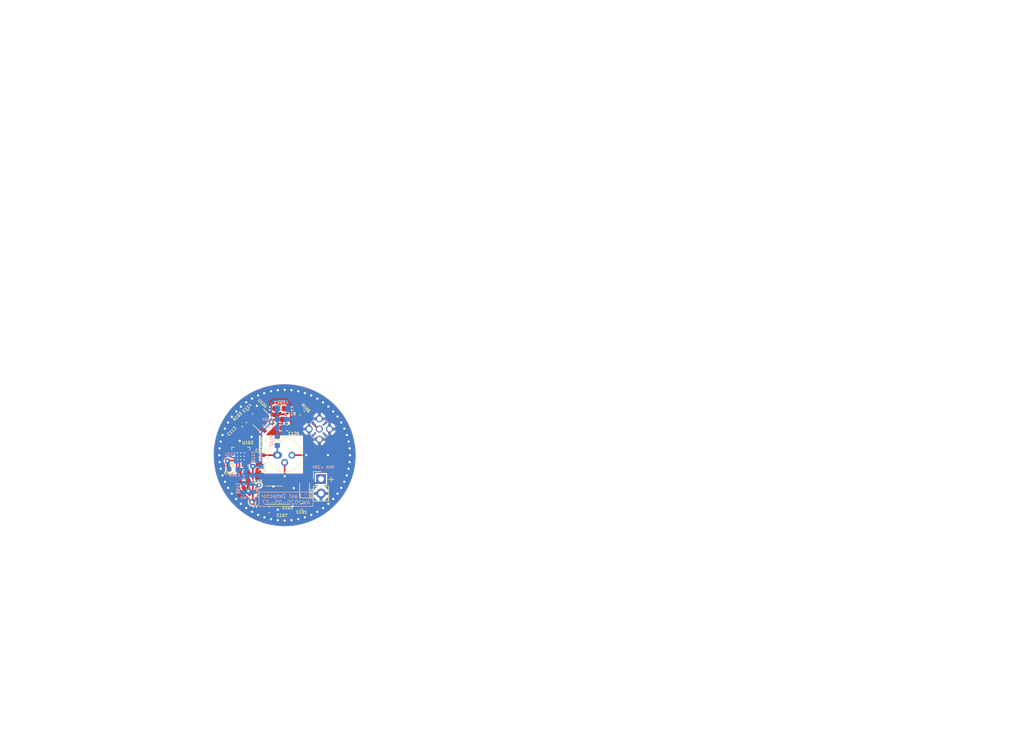
<source format=kicad_pcb>
(kicad_pcb (version 20221018) (generator pcbnew)
  (title_block (title "One Inch Photodetector - WSON8") (date "2020-02") (company "anders.e.e.wallin \"at\" gmail.com"))
  (layers (0 "F.Cu" signal) (31 "B.Cu" signal) (34 "B.Paste" user) (35 "F.Paste" user) (36 "B.SilkS" user "B.Silkscreen") (37 "F.SilkS" user "F.Silkscreen") (38 "B.Mask" user) (39 "F.Mask" user) (44 "Edge.Cuts" user))
  (net 0 "")
  (net 1 "GND")
  (net 2 "Net-(C101-Pad1)")
  (net 3 "Net-(U101-Pad4)")
  (net 4 "Net-(C112-Pad2)")
  (net 5 "Net-(J101-Pad1)")
  (net 6 "/+VIN")
  (net 7 "/SET+")
  (net 8 "Net-(C105-Pad1)")
  (net 9 "Net-(C106-Pad2)")
  (net 10 "/+V")
  (net 11 "Net-(U103-Pad16)")
  (net 12 "Net-(U103-Pad15)")
  (net 13 "Net-(U103-Pad13)")
  (net 14 "Net-(U103-Pad11)")
  (net 15 "Net-(U103-Pad9)")
  (net 16 "Net-(U103-Pad8)")
  (net 17 "Net-(U103-Pad7)")
  (net 18 "Net-(U103-Pad6)")
  (net 19 "Net-(U103-Pad5)")
  (net 20 "Net-(C112-Pad1)")
  (net 21 "Net-(C113-Pad2)")
  (net 22 "Net-(C113-Pad1)")
  (net 23 "Net-(C114-Pad1)")
  (net 24 "Net-(C117-Pad2)")
  (net 25 "Net-(C117-Pad1)")
  (net 26 "Net-(C102-Pad1)")
  (footprint "Package_SO:MSOP-10-1EP_3x3mm_P0.5mm_EP1.68x1.88mm" (layer "F.Cu") (at 148.08 107.03 180)
    (fp_text reference "U101" (at -2.42 -2.22 180) (layer "F.SilkS") (effects (font (size 0.5 0.5) (thickness 0.1))))
    (fp_text value "LT3042xMSE")
    (fp_line (start 0 -1.61) (end -2.875 -1.61) (stroke (width 0.12)) (layer "F.SilkS"))
    (fp_line (start 0 -1.61) (end 1.5 -1.61) (stroke (width 0.12)) (layer "F.SilkS"))
    (fp_line (start 0 1.61) (end -1.5 1.61) (stroke (width 0.12)) (layer "F.SilkS"))
    (fp_line (start 0 1.61) (end 1.5 1.61) (stroke (width 0.12)) (layer "F.SilkS"))
    (pad "1" smd roundrect (at -2.15 -1 180) (size 1.45 0.3) (layers "F.Cu" "F.Paste" "F.Mask") (net 2 "Net-(C101-Pad1)"))
    (pad "2" smd roundrect (at -2.15 -0.5 180) (size 1.45 0.3) (layers "F.Cu" "F.Paste" "F.Mask") (net 2 "Net-(C101-Pad1)"))
    (pad "3" smd roundrect (at -2.15 0 180) (size 1.45 0.3) (layers "F.Cu" "F.Paste" "F.Mask") (net 2 "Net-(C101-Pad1)"))
    (pad "4" smd roundrect (at -2.15 0.5 180) (size 1.45 0.3) (layers "F.Cu" "F.Paste" "F.Mask") (net 3 "Net-(U101-Pad4)"))
    (pad "5" smd roundrect (at -2.15 1 180) (size 1.45 0.3) (layers "F.Cu" "F.Paste" "F.Mask") (net 1 "GND"))
    (pad "6" smd roundrect (at 2.15 1 180) (size 1.45 0.3) (layers "F.Cu" "F.Paste" "F.Mask") (net 2 "Net-(C101-Pad1)"))
    (pad "7" smd roundrect (at 2.15 0.5 180) (size 1.45 0.3) (layers "F.Cu" "F.Paste" "F.Mask") (net 7 "/SET+"))
    (pad "8" smd roundrect (at 2.15 0 180) (size 1.45 0.3) (layers "F.Cu" "F.Paste" "F.Mask") (net 1 "GND"))
    (pad "9" smd roundrect (at 2.15 -0.5 180) (size 1.45 0.3) (layers "F.Cu" "F.Paste" "F.Mask") (net 10 "/+V"))
    (pad "10" smd roundrect (at 2.15 -1 180) (size 1.45 0.3) (layers "F.Cu" "F.Paste" "F.Mask") (net 10 "/+V"))
    (pad "11" smd roundrect (at 0 0 180) (size 1.68 1.88) (layers "F.Cu" "F.Mask") (roundrect_rratio 0.14881) (net 1 "GND"))
  )
  (footprint "Capacitor_SMD:C_0603_1608Metric" (layer "F.Cu") (at 153 109 180)
    (fp_text reference "C101" (at 0 -1) (layer "F.SilkS") (effects (font (size 0.5 0.5) (thickness 0.1))))
    (fp_text value "4u7")
    (fp_line (start -0.162779 -0.51) (end 0.162779 -0.51) (stroke (width 0.12)) (layer "F.SilkS"))
    (fp_line (start -0.162779 0.51) (end 0.162779 0.51) (stroke (width 0.12)) (layer "F.SilkS"))
    (pad "1" smd roundrect (at -0.7875 0 180) (size 0.875 0.95) (layers "F.Cu" "F.Paste" "F.Mask") (net 2 "Net-(C101-Pad1)"))
    (pad "2" smd roundrect (at 0.7875 0 180) (size 0.875 0.95) (layers "F.Cu" "F.Paste" "F.Mask") (net 1 "GND"))
  )
  (footprint "Capacitor_SMD:C_0402_1005Metric" (layer "F.Cu") (at 145 97.8 90)
    (fp_text reference "C105" (at 0 0.8 90) (layer "F.SilkS") (effects (font (size 0.5 0.5) (thickness 0.1))))
    (fp_text value "22n")
    (pad "1" smd roundrect (at -0.485 0 90) (size 0.59 0.64) (layers "F.Cu" "F.Paste" "F.Mask") (net 8 "Net-(C105-Pad1)"))
    (pad "2" smd roundrect (at 0.485 0 90) (size 0.59 0.64) (layers "F.Cu" "F.Paste" "F.Mask") (net 1 "GND"))
  )
  (footprint "Capacitor_SMD:C_0603_1608Metric" (layer "F.Cu") (at 145.4 102.3 90)
    (fp_text reference "C106" (at 0.1 1.1 90) (layer "F.SilkS") (effects (font (size 0.5 0.5) (thickness 0.1))))
    (fp_text value "10u")
    (fp_line (start -0.162779 -0.51) (end 0.162779 -0.51) (stroke (width 0.12)) (layer "F.SilkS"))
    (fp_line (start -0.162779 0.51) (end 0.162779 0.51) (stroke (width 0.12)) (layer "F.SilkS"))
    (pad "1" smd roundrect (at -0.7875 0 90) (size 0.875 0.95) (layers "F.Cu" "F.Paste" "F.Mask") (net 1 "GND"))
    (pad "2" smd roundrect (at 0.7875 0 90) (size 0.875 0.95) (layers "F.Cu" "F.Paste" "F.Mask") (net 9 "Net-(C106-Pad2)"))
  )
  (footprint "Capacitor_SMD:C_0603_1608Metric" (layer "F.Cu") (at 147.3 109.6)
    (fp_text reference "C107" (at 2.25 1) (layer "F.SilkS") (effects (font (size 0.5 0.5) (thickness 0.1))))
    (fp_text value "4u7")
    (fp_line (start -0.162779 -0.51) (end 0.162779 -0.51) (stroke (width 0.12)) (layer "F.SilkS"))
    (fp_line (start -0.162779 0.51) (end 0.162779 0.51) (stroke (width 0.12)) (layer "F.SilkS"))
    (pad "1" smd roundrect (at -0.7875 0) (size 0.875 0.95) (layers "F.Cu" "F.Paste" "F.Mask") (net 10 "/+V"))
    (pad "2" smd roundrect (at 0.7875 0) (size 0.875 0.95) (layers "F.Cu" "F.Paste" "F.Mask") (net 1 "GND"))
  )
  (footprint "Capacitor_SMD:C_0603_1608Metric" (layer "F.Cu") (at 142.8 103.1 180)
    (fp_text reference "C108" (at 2.5 0) (layer "F.SilkS") (effects (font (size 0.5 0.5) (thickness 0.1))))
    (fp_text value "100n")
    (fp_line (start -0.162779 -0.51) (end 0.162779 -0.51) (stroke (width 0.12)) (layer "F.SilkS"))
    (fp_line (start -0.162779 0.51) (end 0.162779 0.51) (stroke (width 0.12)) (layer "F.SilkS"))
    (pad "1" smd roundrect (at -0.7875 0 180) (size 0.875 0.95) (layers "F.Cu" "F.Paste" "F.Mask") (net 1 "GND"))
    (pad "2" smd roundrect (at 0.7875 0 180) (size 0.875 0.95) (layers "F.Cu" "F.Paste" "F.Mask") (net 10 "/+V"))
  )
  (footprint "Capacitor_SMD:C_0603_1608Metric" (layer "F.Cu") (at 142.8 104.6 180)
    (fp_text reference "C110" (at -2.3 0) (layer "F.SilkS") (effects (font (size 0.5 0.5) (thickness 0.1))))
    (fp_text value "4u7")
    (fp_line (start -0.162779 -0.51) (end 0.162779 -0.51) (stroke (width 0.12)) (layer "F.SilkS"))
    (fp_line (start -0.162779 0.51) (end 0.162779 0.51) (stroke (width 0.12)) (layer "F.SilkS"))
    (pad "1" smd roundrect (at -0.7875 0 180) (size 0.875 0.95) (layers "F.Cu" "F.Paste" "F.Mask") (net 1 "GND"))
    (pad "2" smd roundrect (at 0.7875 0 180) (size 0.875 0.95) (layers "F.Cu" "F.Paste" "F.Mask") (net 10 "/+V"))
  )
  (footprint "Diode_SMD:D_SOD-323F" (layer "F.Cu") (at 153.5 106 90)
    (fp_text reference "D101" (at -0.75 1.25 270) (layer "F.SilkS") (effects (font (size 0.5 0.5) (thickness 0.1))))
    (fp_text value "D")
    (fp_line (start -1.5 -0.85) (end -1.5 0.85) (stroke (width 0.12)) (layer "F.SilkS"))
    (fp_line (start -1.5 -0.85) (end 1.05 -0.85) (stroke (width 0.12)) (layer "F.SilkS"))
    (fp_line (start -1.5 0.85) (end 1.05 0.85) (stroke (width 0.12)) (layer "F.SilkS"))
    (pad "1" smd rect (at -1.1 0 90) (size 0.5 0.5) (layers "F.Cu" "F.Paste" "F.Mask") (net 2 "Net-(C101-Pad1)"))
    (pad "2" smd rect (at 1.1 0 90) (size 0.5 0.5) (layers "F.Cu" "F.Paste" "F.Mask") (net 6 "/+VIN"))
  )
  (footprint "Resistor_SMD:R_0603_1608Metric" (layer "F.Cu") (at 153.1 92.6 135)
    (fp_text reference "R106" (at 0.192333 1.073388 135) (layer "F.SilkS") (effects (font (size 0.5 0.5) (thickness 0.1))))
    (fp_text value "49R9")
    (fp_line (start -0.162779 -0.51) (end 0.162779 -0.51) (stroke (width 0.12)) (layer "F.SilkS"))
    (fp_line (start -0.162779 0.51) (end 0.162779 0.51) (stroke (width 0.12)) (layer "F.SilkS"))
    (pad "1" smd roundrect (at -0.7875 0 135) (size 0.875 0.95) (layers "F.Cu" "F.Paste" "F.Mask") (net 5 "Net-(J101-Pad1)"))
    (pad "2" smd roundrect (at 0.7875 0 135) (size 0.875 0.95) (layers "F.Cu" "F.Paste" "F.Mask") (net 25 "Net-(C117-Pad1)"))
  )
  (footprint "Capacitor_SMD:C_0603_1608Metric" (layer "F.Cu") (at 150.4 93.7 180)
    (fp_text reference "C118" (at -0.6 1) (layer "F.SilkS") (effects (font (size 0.5 0.5) (thickness 0.1))))
    (fp_text value "4u7")
    (fp_line (start -0.162779 -0.51) (end 0.162779 -0.51) (stroke (width 0.12)) (layer "F.SilkS"))
    (fp_line (start -0.162779 0.51) (end 0.162779 0.51) (stroke (width 0.12)) (layer "F.SilkS"))
    (pad "1" smd roundrect (at -0.7875 0 180) (size 0.875 0.95) (layers "F.Cu" "F.Paste" "F.Mask") (net 1 "GND"))
    (pad "2" smd roundrect (at 0.7875 0 180) (size 0.875 0.95) (layers "F.Cu" "F.Paste" "F.Mask") (net 10 "/+V"))
  )
  (footprint "Capacitor_SMD:C_0603_1608Metric" (layer "F.Cu") (at 150.4 95.2 180)
    (fp_text reference "C120" (at -1.2 -1) (layer "F.SilkS") (effects (font (size 0.5 0.5) (thickness 0.1))))
    (fp_text value "100n")
    (fp_line (start -0.162779 -0.51) (end 0.162779 -0.51) (stroke (width 0.12)) (layer "F.SilkS"))
    (fp_line (start -0.162779 0.51) (end 0.162779 0.51) (stroke (width 0.12)) (layer "F.SilkS"))
    (pad "1" smd roundrect (at -0.7875 0 180) (size 0.875 0.95) (layers "F.Cu" "F.Paste" "F.Mask") (net 1 "GND"))
    (pad "2" smd roundrect (at 0.7875 0 180) (size 0.875 0.95) (layers "F.Cu" "F.Paste" "F.Mask") (net 10 "/+V"))
  )
  (footprint "Package_TO_SOT_THT:TO-18-3" (layer "F.Cu") (at 148.73 100)
    (fp_text reference "D102" hide)
    (fp_text value "S5973")
    (fp_line (start -2.214448 -2.494499) (end -1.302281 -1.582331) (stroke (width 0.12)) (layer "F.SilkS"))
    (fp_line (start -1.224499 -3.484448) (end -2.214448 -2.494499) (stroke (width 0.12)) (layer "F.SilkS"))
    (fp_line (start -0.312331 -2.572281) (end -1.224499 -3.484448) (stroke (width 0.12)) (layer "F.SilkS"))
    (fp_arc (start -0.312331 -2.572281) (mid 3.405374 2.135551) (end -1.30215 -1.582544) (stroke (width 0.12)) (layer "F.SilkS"))
    (pad "1" thru_hole oval (at 0 0) (size 1.6 1.2) (drill 0.7) (layers "*.Cu" "*.Mask") (net 4 "Net-(C112-Pad2)"))
    (pad "2" thru_hole oval (at 1.27 1.27) (size 1.2 1.2) (drill 0.7) (layers "*.Cu" "*.Mask") (net 1 "GND"))
    (pad "3" thru_hole oval (at 2.54 0) (size 1.2 1.2) (drill 0.7) (layers "*.Cu" "*.Mask") (net 1 "GND"))
  )
  (footprint "awallinKiCadFootprints:QFN-16-1EP_3x3mm_P0.5mm_EP1.75x1.75mm_ThermalVias9" (layer "F.Cu") (at 142.3 100.2 180)
    (fp_text reference "U103" (at -1.2 2.403 180) (layer "F.SilkS") (effects (font (size 0.5 0.5) (thickness 0.1))))
    (fp_text value "HMC799LP3E")
    (fp_line (start -1.61 1.61) (end -1.61 1.135) (stroke (width 0.12)) (layer "F.SilkS"))
    (fp_line (start -1.135 -1.61) (end -1.61 -1.61) (stroke (width 0.12)) (layer "F.SilkS"))
    (fp_line (start -1.135 1.61) (end -1.61 1.61) (stroke (width 0.12)) (layer "F.SilkS"))
    (fp_line (start 1.135 -1.61) (end 1.61 -1.61) (stroke (width 0.12)) (layer "F.SilkS"))
    (fp_line (start 1.135 1.61) (end 1.61 1.61) (stroke (width 0.12)) (layer "F.SilkS"))
    (fp_line (start 1.61 -1.61) (end 1.61 -1.135) (stroke (width 0.12)) (layer "F.SilkS"))
    (fp_line (start 1.61 1.61) (end 1.61 1.135) (stroke (width 0.12)) (layer "F.SilkS"))
    (pad "1" smd roundrect (at -1.4625 -0.75 180) (size 0.775 0.25) (layers "F.Cu" "F.Paste" "F.Mask") (net 10 "/+V"))
    (pad "2" smd roundrect (at -1.4625 -0.25 180) (size 0.775 0.25) (layers "F.Cu" "F.Paste" "F.Mask") (net 9 "Net-(C106-Pad2)"))
    (pad "3" smd roundrect (at -1.4625 0.25 180) (size 0.775 0.25) (layers "F.Cu" "F.Paste" "F.Mask") (net 20 "Net-(C112-Pad1)"))
    (pad "4" smd roundrect (at -1.4625 0.75 180) (size 0.775 0.25) (layers "F.Cu" "F.Paste" "F.Mask") (net 8 "Net-(C105-Pad1)"))
    (pad "5" smd roundrect (at -0.75 1.4625 180) (size 0.25 0.775) (layers "F.Cu" "F.Paste" "F.Mask") (net 19 "Net-(U103-Pad5)"))
    (pad "6" smd roundrect (at -0.25 1.4625 180) (size 0.25 0.775) (layers "F.Cu" "F.Paste" "F.Mask") (net 18 "Net-(U103-Pad6)"))
    (pad "7" smd roundrect (at 0.25 1.4625 180) (size 0.25 0.775) (layers "F.Cu" "F.Paste" "F.Mask") (net 17 "Net-(U103-Pad7)"))
    (pad "8" smd roundrect (at 0.75 1.4625 180) (size 0.25 0.775) (layers "F.Cu" "F.Paste" "F.Mask") (net 16 "Net-(U103-Pad8)"))
    (pad "9" smd roundrect (at 1.4625 0.75 180) (size 0.775 0.25) (layers "F.Cu" "F.Paste" "F.Mask") (net 15 "Net-(U103-Pad9)"))
    (pad "10" smd roundrect (at 1.4625 0.25 180) (size 0.775 0.25) (layers "F.Cu" "F.Paste" "F.Mask") (net 21 "Net-(C113-Pad2)"))
    (pad "11" smd roundrect (at 1.4625 -0.25 180) (size 0.775 0.25) (layers "F.Cu" "F.Paste" "F.Mask") (net 14 "Net-(U103-Pad11)"))
    (pad "12" smd roundrect (at 1.4625 -0.75 180) (size 0.775 0.25) (layers "F.Cu" "F.Paste" "F.Mask") (net 10 "/+V"))
    (pad "13" smd roundrect (at 0.75 -1.4625 180) (size 0.25 0.775) (layers "F.Cu" "F.Paste" "F.Mask") (net 13 "Net-(U103-Pad13)"))
    (pad "14" smd roundrect (at 0.25 -1.4625 180) (size 0.25 0.775) (layers "F.Cu" "F.Paste" "F.Mask") (net 10 "/+V"))
    (pad "15" smd roundrect (at -0.25 -1.4625 180) (size 0.25 0.775) (layers "F.Cu" "F.Paste" "F.Mask") (net 12 "Net-(U103-Pad15)"))
    (pad "16" smd roundrect (at -0.75 -1.4625 180) (size 0.25 0.775) (layers "F.Cu" "F.Paste" "F.Mask") (net 11 "Net-(U103-Pad16)"))
    (pad "17" thru_hole circle (at -0.6 -0.6 180) (size 0.5 0.5) (drill 0.2) (layers "*.Cu") (net 1 "GND"))
    (pad "17" thru_hole circle (at -0.6 0 180) (size 0.5 0.5) (drill 0.2) (layers "*.Cu") (net 1 "GND"))
    (pad "17" thru_hole circle (at -0.6 0.6 180) (size 0.5 0.5) (drill 0.2) (layers "*.Cu") (net 1 "GND"))
    (pad "17" thru_hole circle (at 0 -0.6 180) (size 0.5 0.5) (drill 0.2) (layers "*.Cu") (net 1 "GND"))
    (pad "17" thru_hole circle (at 0 0 180) (size 0.5 0.5) (drill 0.2) (layers "*.Cu") (net 1 "GND"))
    (pad "17" smd rect (at 0 0 180) (size 1.75 1.75) (layers "F.Cu" "F.Mask") (net 1 "GND"))
    (pad "17" smd rect (at 0 0 180) (size 1.75 1.75) (layers "B.Cu") (net 1 "GND"))
    (pad "17" thru_hole circle (at 0 0.6 180) (size 0.5 0.5) (drill 0.2) (layers "*.Cu") (net 1 "GND"))
    (pad "17" thru_hole circle (at 0.6 -0.6 180) (size 0.5 0.5) (drill 0.2) (layers "*.Cu") (net 1 "GND"))
    (pad "17" thru_hole circle (at 0.6 0 180) (size 0.5 0.5) (drill 0.2) (layers "*.Cu") (net 1 "GND"))
    (pad "17" thru_hole circle (at 0.6 0.6 180) (size 0.5 0.5) (drill 0.2) (layers "*.Cu") (net 1 "GND"))
  )
  (footprint "Package_TO_SOT_SMD:SOT-23-5" (layer "F.Cu") (at 146.2 94.1 -45)
    (fp_text reference "U104" (at -2.333452 -2.192031 135) (layer "F.SilkS") (effects (font (size 0.5 0.5) (thickness 0.1))))
    (fp_text value "BUF602xDBV")
    (fp_line (start -0.9 1.61) (end 0.9 1.61) (stroke (width 0.12)) (layer "F.SilkS"))
    (fp_line (start 0.9 -1.61) (end -1.55 -1.61) (stroke (width 0.12)) (layer "F.SilkS"))
    (pad "1" smd rect (at -1.1 -0.95 315) (size 1.06 0.65) (layers "F.Cu" "F.Paste" "F.Mask") (net 24 "Net-(C117-Pad2)"))
    (pad "2" smd rect (at -1.1 0 315) (size 1.06 0.65) (layers "F.Cu" "F.Paste" "F.Mask") (net 1 "GND"))
    (pad "3" smd rect (at -1.1 0.95 315) (size 1.06 0.65) (layers "F.Cu" "F.Paste" "F.Mask") (net 23 "Net-(C114-Pad1)"))
    (pad "4" smd rect (at 1.1 0.95 315) (size 1.06 0.65) (layers "F.Cu" "F.Paste" "F.Mask") (net 22 "Net-(C113-Pad1)"))
    (pad "5" smd rect (at 1.1 -0.95 315) (size 1.06 0.65) (layers "F.Cu" "F.Paste" "F.Mask") (net 10 "/+V"))
  )
  (footprint "Capacitor_SMD:C_0402_1005Metric" (layer "F.Cu") (at 141.3 96.4 -135)
    (fp_text reference "C113" (at 0 0.848528 45) (layer "F.SilkS") (effects (font (size 0.5 0.5) (thickness 0.1))))
    (fp_text value "22n")
    (pad "1" smd roundrect (at -0.485 0 225) (size 0.59 0.64) (layers "F.Cu" "F.Paste" "F.Mask") (net 22 "Net-(C113-Pad1)"))
    (pad "2" smd roundrect (at 0.485 0 225) (size 0.59 0.64) (layers "F.Cu" "F.Paste" "F.Mask") (net 21 "Net-(C113-Pad2)"))
  )
  (footprint "Capacitor_SMD:C_0603_1608Metric" (layer "F.Cu") (at 144 92.4 45)
    (fp_text reference "C114" (at 0.070711 -0.919239 45) (layer "F.SilkS") (effects (font (size 0.5 0.5) (thickness 0.1))))
    (fp_text value "100n")
    (fp_line (start -0.162779 -0.51) (end 0.162779 -0.51) (stroke (width 0.12)) (layer "F.SilkS"))
    (fp_line (start -0.162779 0.51) (end 0.162779 0.51) (stroke (width 0.12)) (layer "F.SilkS"))
    (pad "1" smd roundrect (at -0.7875 0 45) (size 0.875 0.95) (layers "F.Cu" "F.Paste" "F.Mask") (net 23 "Net-(C114-Pad1)"))
    (pad "2" smd roundrect (at 0.7875 0 45) (size 0.875 0.95) (layers "F.Cu" "F.Paste" "F.Mask") (net 1 "GND"))
  )
  (footprint "Capacitor_SMD:C_0603_1608Metric" (layer "F.Cu") (at 149.1 91.8 180)
    (fp_text reference "C117" (at 0 1) (layer "F.SilkS") (effects (font (size 0.5 0.5) (thickness 0.1))))
    (fp_text value "100n")
    (fp_line (start -0.162779 -0.51) (end 0.162779 -0.51) (stroke (width 0.12)) (layer "F.SilkS"))
    (fp_line (start -0.162779 0.51) (end 0.162779 0.51) (stroke (width 0.12)) (layer "F.SilkS"))
    (pad "1" smd roundrect (at -0.7875 0 180) (size 0.875 0.95) (layers "F.Cu" "F.Paste" "F.Mask") (net 25 "Net-(C117-Pad1)"))
    (pad "2" smd roundrect (at 0.7875 0 180) (size 0.875 0.95) (layers "F.Cu" "F.Paste" "F.Mask") (net 24 "Net-(C117-Pad2)"))
  )
  (footprint "Connector_PinHeader_2.54mm:PinHeader_1x02_P2.54mm_Vertical" (layer "F.Cu") (at 156.4 104.2)
    (fp_text reference "J102" hide)
    (fp_text value "Conn_01x02")
    (fp_line (start -1.33 -1.33) (end 0 -1.33) (stroke (width 0.12)) (layer "F.SilkS"))
    (fp_line (start -1.33 0) (end -1.33 -1.33) (stroke (width 0.12)) (layer "F.SilkS"))
    (fp_line (start -1.33 1.27) (end -1.33 3.87) (stroke (width 0.12)) (layer "F.SilkS"))
    (fp_line (start -1.33 1.27) (end 1.33 1.27) (stroke (width 0.12)) (layer "F.SilkS"))
    (fp_line (start -1.33 3.87) (end 1.33 3.87) (stroke (width 0.12)) (layer "F.SilkS"))
    (fp_line (start 1.33 1.27) (end 1.33 3.87) (stroke (width 0.12)) (layer "F.SilkS"))
    (pad "1" thru_hole rect (at 0 0) (size 1.7 1.7) (drill 1) (layers "*.Cu" "*.Mask") (net 6 "/+VIN"))
    (pad "2" thru_hole oval (at 0 2.54) (size 1.7 1.7) (drill 1) (layers "*.Cu" "*.Mask") (net 1 "GND"))
  )
  (footprint "Resistor_SMD:R_0603_1608Metric" (layer "F.Cu") (at 142.9 94.6 135)
    (fp_text reference "R103" (at 1.838478 0.141421 225) (layer "F.SilkS") (effects (font (size 0.5 0.5) (thickness 0.1))))
    (fp_text value "2k")
    (fp_line (start -0.162779 -0.51) (end 0.162779 -0.51) (stroke (width 0.12)) (layer "F.SilkS"))
    (fp_line (start -0.162779 0.51) (end 0.162779 0.51) (stroke (width 0.12)) (layer "F.SilkS"))
    (pad "1" smd roundrect (at -0.7875 0 135) (size 0.875 0.95) (layers "F.Cu" "F.Paste" "F.Mask") (net 22 "Net-(C113-Pad1)"))
    (pad "2" smd roundrect (at 0.7875 0 135) (size 0.875 0.95) (layers "F.Cu" "F.Paste" "F.Mask") (net 23 "Net-(C114-Pad1)"))
  )
  (footprint "Capacitor_SMD:C_0402_1005Metric" (layer "F.Cu") (at 145.8 100)
    (fp_text reference "C112" (at 0 -0.8) (layer "F.SilkS") (effects (font (size 0.5 0.5) (thickness 0.1))))
    (fp_text value "22n")
    (pad "1" smd roundrect (at -0.485 0) (size 0.59 0.64) (layers "F.Cu" "F.Paste" "F.Mask") (net 20 "Net-(C112-Pad1)"))
    (pad "2" smd roundrect (at 0.485 0) (size 0.59 0.64) (layers "F.Cu" "F.Paste" "F.Mask") (net 4 "Net-(C112-Pad2)"))
  )
  (footprint "Capacitor_SMD:C_0603_1608Metric" (layer "B.Cu") (at 149.5 95.2)
    (fp_text reference "C102" (at -2.5 -0.25) (layer "B.SilkS") (effects (font (size 0.5 0.5) (thickness 0.1)) (justify mirror)))
    (fp_text value "4u7")
    (fp_line (start -0.162779 -0.51) (end 0.162779 -0.51) (stroke (width 0.12)) (layer "B.SilkS"))
    (fp_line (start -0.162779 0.51) (end 0.162779 0.51) (stroke (width 0.12)) (layer "B.SilkS"))
    (pad "1" smd roundrect (at -0.7875 0) (size 0.875 0.95) (layers "B.Cu" "B.Paste" "B.Mask") (net 26 "Net-(C102-Pad1)"))
    (pad "2" smd roundrect (at 0.7875 0) (size 0.875 0.95) (layers "B.Cu" "B.Paste" "B.Mask") (net 1 "GND"))
  )
  (footprint "Capacitor_SMD:C_0603_1608Metric" (layer "B.Cu") (at 142.75 105.75 -90)
    (fp_text reference "C103" (at 0.05 0.95 270) (layer "B.SilkS") (effects (font (size 0.5 0.5) (thickness 0.1)) (justify mirror)))
    (fp_text value "4u7")
    (fp_line (start -0.162779 -0.51) (end 0.162779 -0.51) (stroke (width 0.12)) (layer "B.SilkS"))
    (fp_line (start -0.162779 0.51) (end 0.162779 0.51) (stroke (width 0.12)) (layer "B.SilkS"))
    (pad "1" smd roundrect (at -0.7875 0 270) (size 0.875 0.95) (layers "B.Cu" "B.Paste" "B.Mask") (net 7 "/SET+"))
    (pad "2" smd roundrect (at 0.7875 0 270) (size 0.875 0.95) (layers "B.Cu" "B.Paste" "B.Mask") (net 1 "GND"))
  )
  (footprint "Capacitor_SMD:C_0603_1608Metric" (layer "B.Cu") (at 149.5 93.7)
    (fp_text reference "C104" (at -2.5 0) (layer "B.SilkS") (effects (font (size 0.5 0.5) (thickness 0.1)) (justify mirror)))
    (fp_text value "10n")
    (fp_line (start -0.162779 -0.51) (end 0.162779 -0.51) (stroke (width 0.12)) (layer "B.SilkS"))
    (fp_line (start -0.162779 0.51) (end 0.162779 0.51) (stroke (width 0.12)) (layer "B.SilkS"))
    (pad "1" smd roundrect (at -0.7875 0) (size 0.875 0.95) (layers "B.Cu" "B.Paste" "B.Mask") (net 26 "Net-(C102-Pad1)"))
    (pad "2" smd roundrect (at 0.7875 0) (size 0.875 0.95) (layers "B.Cu" "B.Paste" "B.Mask") (net 1 "GND"))
  )
  (footprint "Connector_Coaxial:MMCX_Molex_73415-1471_Vertical" (layer "B.Cu") (at 156.1 95.4 45)
    (fp_text reference "J101" hide)
    (fp_text value "Conn_Coaxial")
    (fp_line (start -1.87 -0.62) (end -1.87 0.62) (stroke (width 0.12)) (layer "B.SilkS"))
    (fp_line (start 0.62 -1.87) (end -0.62 -1.87) (stroke (width 0.12)) (layer "B.SilkS"))
    (fp_line (start 0.62 1.87) (end -0.62 1.87) (stroke (width 0.12)) (layer "B.SilkS"))
    (fp_line (start 1.87 -0.62) (end 1.87 0.62) (stroke (width 0.12)) (layer "B.SilkS"))
    (pad "1" thru_hole circle (at 0 0 45) (size 1.24 1.24) (drill 0.84) (layers "*.Cu" "*.Mask") (net 5 "Net-(J101-Pad1)"))
    (pad "2" thru_hole circle (at -1.27 -1.27 45) (size 1.24 1.24) (drill 0.84) (layers "*.Cu" "*.Mask") (net 1 "GND"))
    (pad "2" thru_hole circle (at -1.27 1.27 45) (size 1.24 1.24) (drill 0.84) (layers "*.Cu" "*.Mask") (net 1 "GND") (thermal_bridge_width 0.5))
    (pad "2" thru_hole circle (at 1.27 -1.27 45) (size 1.24 1.24) (drill 0.84) (layers "*.Cu" "*.Mask") (net 1 "GND"))
    (pad "2" thru_hole circle (at 1.27 1.27 45) (size 1.24 1.24) (drill 0.84) (layers "*.Cu" "*.Mask") (net 1 "GND"))
  )
  (footprint "Resistor_SMD:R_0603_1608Metric" (layer "B.Cu") (at 144.25 105.75 -90)
    (fp_text reference "R101" (at 0.85 -0.95 270) (layer "B.SilkS") (effects (font (size 0.5 0.5) (thickness 0.1)) (justify mirror)))
    (fp_text value "51k")
    (fp_line (start -0.162779 -0.51) (end 0.162779 -0.51) (stroke (width 0.12)) (layer "B.SilkS"))
    (fp_line (start -0.162779 0.51) (end 0.162779 0.51) (stroke (width 0.12)) (layer "B.SilkS"))
    (pad "1" smd roundrect (at -0.7875 0 270) (size 0.875 0.95) (layers "B.Cu" "B.Paste" "B.Mask") (net 7 "/SET+"))
    (pad "2" smd roundrect (at 0.7875 0 270) (size 0.875 0.95) (layers "B.Cu" "B.Paste" "B.Mask") (net 1 "GND"))
  )
  (footprint "Resistor_SMD:R_0603_1608Metric" (layer "B.Cu") (at 148.7 97.5 -90)
    (fp_text reference "R102" (at 0 1 90) (layer "B.SilkS") (effects (font (size 0.5 0.5) (thickness 0.1)) (justify mirror)))
    (fp_text value "10k")
    (fp_line (start -0.162779 -0.51) (end 0.162779 -0.51) (stroke (width 0.12)) (layer "B.SilkS"))
    (fp_line (start -0.162779 0.51) (end 0.162779 0.51) (stroke (width 0.12)) (layer "B.SilkS"))
    (pad "1" smd roundrect (at -0.7875 0 270) (size 0.875 0.95) (layers "B.Cu" "B.Paste" "B.Mask") (net 26 "Net-(C102-Pad1)"))
    (pad "2" smd roundrect (at 0.7875 0 270) (size 0.875 0.95) (layers "B.Cu" "B.Paste" "B.Mask") (net 4 "Net-(C112-Pad2)"))
  )
  (footprint "TestPoint:TestPoint_THTPad_D1.0mm_Drill0.5mm" (layer "B.Cu") (at 144.25 108.25)
    (fp_text reference "TP102" hide)
    (fp_text value "TestPoint")
    (fp_circle (center 0 0) (end 0 -0.7) (stroke (width 0.12)) (fill none) (layer "B.SilkS"))
    (pad "1" thru_hole circle (at 0 0) (size 1 1) (drill 0.5) (layers "*.Cu" "*.Mask") (net 10 "/+V"))
  )
  (footprint "Capacitor_SMD:C_0603_1608Metric" (layer "B.Cu") (at 141 102.5 180)
    (fp_text reference "C109" (at -0.2 -1) (layer "B.SilkS") (effects (font (size 0.5 0.5) (thickness 0.1)) (justify mirror)))
    (fp_text value "4u7")
    (fp_line (start -0.162779 -0.51) (end 0.162779 -0.51) (stroke (width 0.12)) (layer "B.SilkS"))
    (fp_line (start -0.162779 0.51) (end 0.162779 0.51) (stroke (width 0.12)) (layer "B.SilkS"))
    (pad "1" smd roundrect (at -0.7875 0 180) (size 0.875 0.95) (layers "B.Cu" "B.Paste" "B.Mask") (net 1 "GND"))
    (pad "2" smd roundrect (at 0.7875 0 180) (size 0.875 0.95) (layers "B.Cu" "B.Paste" "B.Mask") (net 10 "/+V"))
  )
  (footprint "Capacitor_SMD:C_0603_1608Metric" (layer "B.Cu") (at 140.7 101 180)
    (fp_text reference "C111" (at 0.3 1.2) (layer "B.SilkS") (effects (font (size 0.5 0.5) (thickness 0.1)) (justify mirror)))
    (fp_text value "100n")
    (fp_line (start -0.162779 -0.51) (end 0.162779 -0.51) (stroke (width 0.12)) (layer "B.SilkS"))
    (fp_line (start -0.162779 0.51) (end 0.162779 0.51) (stroke (width 0.12)) (layer "B.SilkS"))
    (pad "1" smd roundrect (at -0.7875 0 180) (size 0.875 0.95) (layers "B.Cu" "B.Paste" "B.Mask") (net 1 "GND"))
    (pad "2" smd roundrect (at 0.7875 0 180) (size 0.875 0.95) (layers "B.Cu" "B.Paste" "B.Mask") (net 10 "/+V"))
  )
  (footprint "Capacitor_SMD:C_0603_1608Metric" (layer "B.Cu") (at 144.399 102.743 90)
    (fp_text reference "C115" (at 2.493 0.101 270) (layer "B.SilkS") (effects (font (size 0.5 0.5) (thickness 0.1)) (justify mirror)))
    (fp_text value "4u7")
    (fp_line (start -0.162779 -0.51) (end 0.162779 -0.51) (stroke (width 0.12)) (layer "B.SilkS"))
    (fp_line (start -0.162779 0.51) (end 0.162779 0.51) (stroke (width 0.12)) (layer "B.SilkS"))
    (pad "1" smd roundrect (at -0.7875 0 90) (size 0.875 0.95) (layers "B.Cu" "B.Paste" "B.Mask") (net 1 "GND"))
    (pad "2" smd roundrect (at 0.7875 0 90) (size 0.875 0.95) (layers "B.Cu" "B.Paste" "B.Mask") (net 10 "/+V"))
  )
  (footprint "Capacitor_SMD:C_0603_1608Metric" (layer "B.Cu") (at 145.923 102.743 90)
    (fp_text reference "C116" (at 2.743 -0.173 270) (layer "B.SilkS") (effects (font (size 0.5 0.5) (thickness 0.1)) (justify mirror)))
    (fp_text value "100n")
    (fp_line (start -0.162779 -0.51) (end 0.162779 -0.51) (stroke (width 0.12)) (layer "B.SilkS"))
    (fp_line (start -0.162779 0.51) (end 0.162779 0.51) (stroke (width 0.12)) (layer "B.SilkS"))
    (pad "1" smd roundrect (at -0.7875 0 90) (size 0.875 0.95) (layers "B.Cu" "B.Paste" "B.Mask") (net 1 "GND"))
    (pad "2" smd roundrect (at 0.7875 0 90) (size 0.875 0.95) (layers "B.Cu" "B.Paste" "B.Mask") (net 10 "/+V"))
  )
  (footprint "Inductor_SMD:L_0805_2012Metric" (layer "B.Cu") (at 149.7 91.9 180)
    (fp_text reference "L101" (at 0 1.3) (layer "B.SilkS") (effects (font (size 0.5 0.5) (thickness 0.1)) (justify mirror)))
    (fp_text value "L")
    (fp_line (start -0.258578 -0.71) (end 0.258578 -0.71) (stroke (width 0.12)) (layer "B.SilkS"))
    (fp_line (start -0.258578 0.71) (end 0.258578 0.71) (stroke (width 0.12)) (layer "B.SilkS"))
    (pad "1" smd roundrect (at -0.9375 0 180) (size 0.975 1.4) (layers "B.Cu" "B.Paste" "B.Mask") (net 10 "/+V"))
    (pad "2" smd roundrect (at 0.9375 0 180) (size 0.975 1.4) (layers "B.Cu" "B.Paste" "B.Mask") (net 26 "Net-(C102-Pad1)"))
  )
  (gr_line (start 145.5 106.5) (end 145.5 109) (stroke (width 0.12)) (layer "B.SilkS"))
  (gr_line (start 155 106.5) (end 145.5 106.5) (stroke (width 0.12)) (layer "B.SilkS"))
  (gr_line (start 155 109) (end 155 106.5) (stroke (width 0.12)) (layer "B.SilkS"))
  (gr_line (start 145.5 109) (end 155 109) (stroke (width 0.12)) (layer "B.SilkS"))
  (gr_circle (center 150 100) (end 162.5 100) (stroke (width 0.05)) (fill none) (layer "Edge.Cuts"))
  (gr_text "+V" (at 142.75 107.5) (layer "B.SilkS") (effects (font (size 0.5 0.5) (thickness 0.1)) (justify mirror)))
  (gr_text "+" (at 158.2 104.2) (layer "B.SilkS") (effects (font (size 1 1)) (justify mirror)))
  (gr_text "MAX +20V" (at 156.8 102.1) (layer "B.SilkS") (effects (font (size 0.5 0.5) (thickness 0.1)) (justify mirror)))
  (gr_text "1\" Fast Detector\nAW2020-05-27" (at 150.25 107.75) (layer "B.SilkS") (effects (font (size 0.7 0.7) (thickness 0.1)) (justify mirror)))
  (gr_text "+V" (at 144.75 109) (layer "F.SilkS") (effects (font (size 0.5 0.5) (thickness 0.1))))
  (gr_text "+V" (at 144.75 109) (layer "F.SilkS") (effects (font (size 0.5 0.5) (thickness 0.1))))
  (gr_text "+" (at 158.2 104.2) (layer "F.SilkS") (effects (font (size 1 1))))
  (segment (start 146.202102 107.005002) (end 145.93 107.005002) (width 0.35) (layer "F.Cu") (net 1))
  (segment (start 146.2271 107.03) (end 146.202102 107.005002) (width 0.35) (layer "F.Cu") (net 1))
  (segment (start 148 106.95) (end 148.08 107.03) (width 0.3) (layer "F.Cu") (net 1))
  (segment (start 151.1875 95.2) (end 151.1875 93.7) (width 0.3) (layer "F.Cu") (net 1))
  (segment (start 150 101.27) (end 150 103.7) (width 0.3) (layer "F.Cu") (net 1))
  (segment (start 143.5875 103.1) (end 143.5875 104.6) (width 0.3) (layer "F.Cu") (net 1))
  (segment (start 143.5875 106.2885) (end 143.599 106.3) (width 0.3) (layer "F.Cu") (net 1))
  (segment (start 143.5875 104.6) (end 143.5875 106.2885) (width 0.3) (layer "F.Cu") (net 1))
  (segment (start 148.08 107.03) (end 146.2271 107.03) (width 0.35) (layer "F.Cu") (net 1))
  (segment (start 145.422183 93.322183) (end 144.556847 92.456847) (width 0.3) (layer "F.Cu") (net 1))
  (segment (start 150.23 106.03) (end 151.37 106.03) (width 0.3) (layer "F.Cu") (net 1))
  (segment (start 151.27 100) (end 153.8 100) (width 0.3) (layer "F.Cu") (net 1))
  (segment (start 148 105.5) (end 148 106.95) (width 0.3) (layer "F.Cu") (net 1))
  (segment (start 151.37 106.03) (end 151.6 105.8) (width 0.3) (layer "F.Cu") (net 1))
  (segment (start 144.556847 92.456847) (end 144.556847 91.843153) (width 0.3) (layer "F.Cu") (net 1))
  (via (at 138.562998 101.202077) (size 0.8) (drill 0.4) (layers "F.Cu" "B.Cu") (net 1))
  (via (at 138.751303 102.390984) (size 0.8) (drill 0.4) (layers "F.Cu" "B.Cu") (net 1))
  (via (at 139.06285 103.553695) (size 0.8) (drill 0.4) (layers "F.Cu" "B.Cu") (net 1))
  (via (at 139.494227 104.677471) (size 0.8) (drill 0.4) (layers "F.Cu" "B.Cu") (net 1))
  (via (at 140.040708 105.75) (size 0.8) (drill 0.4) (layers "F.Cu" "B.Cu") (net 1))
  (via (at 140.696305 106.75953) (size 0.8) (drill 0.4) (layers "F.Cu" "B.Cu") (net 1))
  (via (at 141.453835 107.695002) (size 0.8) (drill 0.4) (layers "F.Cu" "B.Cu") (net 1))
  (via (at 142.304998 108.546165) (size 0.8) (drill 0.4) (layers "F.Cu" "B.Cu") (net 1))
  (via (at 143.24047 109.303695) (size 0.8) (drill 0.4) (layers "F.Cu" "B.Cu") (net 1))
  (via (at 144.25 109.959292) (size 0.8) (drill 0.4) (layers "F.Cu" "B.Cu") (net 1))
  (via (at 145.322529 110.505773) (size 0.8) (drill 0.4) (layers "F.Cu" "B.Cu") (net 1))
  (via (at 146.446305 110.93715) (size 0.8) (drill 0.4) (layers "F.Cu" "B.Cu") (net 1))
  (via (at 147.609016 111.248697) (size 0.8) (drill 0.4) (layers "F.Cu" "B.Cu") (net 1))
  (via (at 148.797923 111.437002) (size 0.8) (drill 0.4) (layers "F.Cu" "B.Cu") (net 1))
  (via (at 150 111.5) (size 0.8) (drill 0.4) (layers "F.Cu" "B.Cu") (net 1))
  (via (at 151.202077 111.437002) (size 0.8) (drill 0.4) (layers "F.Cu" "B.Cu") (net 1))
  (via (at 152.390984 111.248697) (size 0.8) (drill 0.4) (layers "F.Cu" "B.Cu") (net 1))
  (via (at 153.553695 110.93715) (size 0.8) (drill 0.4) (layers "F.Cu" "B.Cu") (net 1))
  (via (at 154.677471 110.505773) (size 0.8) (drill 0.4) (layers "F.Cu" "B.Cu") (net 1))
  (via (at 155.75 109.959292) (size 0.8) (drill 0.4) (layers "F.Cu" "B.Cu") (net 1))
  (via (at 156.75953 109.303695) (size 0.8) (drill 0.4) (layers "F.Cu" "B.Cu") (net 1))
  (via (at 157.695002 108.546165) (size 0.8) (drill 0.4) (layers "F.Cu" "B.Cu") (net 1))
  (via (at 158.546165 107.695002) (size 0.8) (drill 0.4) (layers "F.Cu" "B.Cu") (net 1))
  (via (at 159.303695 106.75953) (size 0.8) (drill 0.4) (layers "F.Cu" "B.Cu") (net 1))
  (via (at 159.959292 105.75) (size 0.8) (drill 0.4) (layers "F.Cu" "B.Cu") (net 1))
  (via (at 160.505773 104.677471) (size 0.8) (drill 0.4) (layers "F.Cu" "B.Cu") (net 1))
  (via (at 160.93715 103.553695) (size 0.8) (drill 0.4) (layers "F.Cu" "B.Cu") (net 1))
  (via (at 161.248697 102.390984) (size 0.8) (drill 0.4) (layers "F.Cu" "B.Cu") (net 1))
  (via (at 161.437002 101.202077) (size 0.8) (drill 0.4) (layers "F.Cu" "B.Cu") (net 1))
  (via (at 161.5 100) (size 0.8) (drill 0.4) (layers "F.Cu" "B.Cu") (net 1))
  (via (at 161.437002 98.797923) (size 0.8) (drill 0.4) (layers "F.Cu" "B.Cu") (net 1))
  (via (at 161.248697 97.609016) (size 0.8) (drill 0.4) (layers "F.Cu" "B.Cu") (net 1))
  (via (at 160.93715 96.446305) (size 0.8) (drill 0.4) (layers "F.Cu" "B.Cu") (net 1))
  (via (at 160.505773 95.322529) (size 0.8) (drill 0.4) (layers "F.Cu" "B.Cu") (net 1))
  (via (at 159.959292 94.25) (size 0.8) (drill 0.4) (layers "F.Cu" "B.Cu") (net 1))
  (via (at 158.546165 92.304998) (size 0.8) (drill 0.4) (layers "F.Cu" "B.Cu") (net 1))
  (via (at 157.695002 91.453835) (size 0.8) (drill 0.4) (layers "F.Cu" "B.Cu") (net 1))
  (via (at 156.75953 90.696305) (size 0.8) (drill 0.4) (layers "F.Cu" "B.Cu") (net 1))
  (via (at 155.75 90.040708) (size 0.8) (drill 0.4) (layers "F.Cu" "B.Cu") (net 1))
  (via (at 154.677471 89.494227) (size 0.8) (drill 0.4) (layers "F.Cu" "B.Cu") (net 1))
  (via (at 153.553695 89.06285) (size 0.8) (drill 0.4) (layers "F.Cu" "B.Cu") (net 1))
  (via (at 152.390984 88.751303) (size 0.8) (drill 0.4) (layers "F.Cu" "B.Cu") (net 1))
  (via (at 151.202077 88.562998) (size 0.8) (drill 0.4) (layers "F.Cu" "B.Cu") (net 1))
  (via (at 150 88.5) (size 0.8) (drill 0.4) (layers "F.Cu" "B.Cu") (net 1))
  (via (at 148.797923 88.562998) (size 0.8) (drill 0.4) (layers "F.Cu" "B.Cu") (net 1))
  (via (at 147.609016 88.751303) (size 0.8) (drill 0.4) (layers "F.Cu" "B.Cu") (net 1))
  (via (at 145.322529 89.494227) (size 0.8) (drill 0.4) (layers "F.Cu" "B.Cu") (net 1))
  (via (at 144.25 90.040708) (size 0.8) (drill 0.4) (layers "F.Cu" "B.Cu") (net 1))
  (via (at 143.24047 90.696305) (size 0.8) (drill 0.4) (layers "F.Cu" "B.Cu") (net 1))
  (via (at 142.304998 91.453835) (size 0.8) (drill 0.4) (layers "F.Cu" "B.Cu") (net 1))
  (via (at 140.696305 93.24047) (size 0.8) (drill 0.4) (layers "F.Cu" "B.Cu") (net 1))
  (via (at 140.040708 94.25) (size 0.8) (drill 0.4) (layers "F.Cu" "B.Cu") (net 1))
  (via (at 139.494227 95.322529) (size 0.8) (drill 0.4) (layers "F.Cu" "B.Cu") (net 1))
  (via (at 139.06285 96.446305) (size 0.8) (drill 0.4) (layers "F.Cu" "B.Cu") (net 1))
  (via (at 138.751303 97.609016) (size 0.8) (drill 0.4) (layers "F.Cu" "B.Cu") (net 1))
  (via (at 138.562998 98.797923) (size 0.8) (drill 0.4) (layers "F.Cu" "B.Cu") (net 1))
  (via (at 159.3 93.2) (size 0.8) (drill 0.4) (layers "F.Cu" "B.Cu") (net 1))
  (via (at 146.4 89.1) (size 0.8) (drill 0.4) (layers "F.Cu" "B.Cu") (net 1))
  (via (at 141.5 92.3) (size 0.8) (drill 0.4) (layers "F.Cu" "B.Cu") (net 1))
  (via (at 145.1 91.3) (size 0.8) (drill 0.4) (layers "F.Cu" "B.Cu") (net 1))
  (via (at 148 105.5) (size 0.8) (drill 0.4) (layers "F.Cu" "B.Cu") (net 1))
  (via (at 148.8 109.6) (size 0.8) (drill 0.4) (layers "F.Cu" "B.Cu") (net 1))
  (via (at 142.1 97.5) (size 0.8) (drill 0.4) (layers "F.Cu" "B.Cu") (net 1))
  (via (at 144.2 96.8) (size 0.8) (drill 0.4) (layers "F.Cu" "B.Cu") (net 1))
  (via (at 151.6 105.8) (size 0.8) (drill 0.4) (layers "F.Cu" "B.Cu") (net 1))
  (via (at 151.4 109) (size 0.8) (drill 0.4) (layers "F.Cu" "B.Cu") (net 1))
  (via (at 143.599 106.3) (size 1) (drill 0.4) (layers "F.Cu" "B.Cu") (net 1))
  (via (at 153.8 100) (size 1) (drill 0.4) (layers "F.Cu" "B.Cu") (net 1))
  (via (at 157.6 100) (size 0.8) (drill 0.4) (layers "F.Cu" "B.Cu") (net 1))
  (via (at 138.5 100) (size 0.8) (drill 0.4) (layers "F.Cu" "B.Cu") (net 1))
  (via (at 150 103.7) (size 1) (drill 0.4) (layers "F.Cu" "B.Cu") (net 1))
  (segment (start 142.9875 106.3) (end 142.75 106.5375) (width 0.3) (layer "B.Cu") (net 1))
  (segment (start 143.599 106.3) (end 144.0125 106.3) (width 0.3) (layer "B.Cu") (net 1))
  (segment (start 144.0125 106.3) (end 144.25 106.5375) (width 0.3) (layer "B.Cu") (net 1))
  (segment (start 143.599 106.3) (end 142.9875 106.3) (width 0.3) (layer "B.Cu") (net 1))
  (segment (start 145.923 103.5305) (end 144.399 103.5305) (width 0.3) (layer "B.Cu") (net 1))
  (segment (start 150.23 107.03) (end 151.0925 107.03) (width 0.35) (layer "F.Cu") (net 2))
  (segment (start 153.5 107.65) (end 153.5 108.7125) (width 0.3) (layer "F.Cu") (net 2))
  (segment (start 152.03 107.03) (end 152.1 107.1) (width 0.3) (layer "F.Cu") (net 2))
  (segment (start 151.586002 104.75) (end 147.21 104.75) (width 0.3) (layer "F.Cu") (net 2))
  (segment (start 152.1 107.1) (end 153.5 107.1) (width 0.3) (layer "F.Cu") (net 2))
  (segment (start 153.5 107.65) (end 153.5 106.663998) (width 0.3) (layer "F.Cu") (net 2))
  (segment (start 150.23 107.03) (end 152.03 107.03) (width 0.3) (layer "F.Cu") (net 2))
  (segment (start 152.88 107.03) (end 153.5 107.65) (width 0.3) (layer "F.Cu") (net 2))
  (segment (start 153.12 108.03) (end 153.5 107.65) (width 0.3) (layer "F.Cu") (net 2))
  (segment (start 153.5 107.1) (end 153.5 108.7125) (width 0.3) (layer "F.Cu") (net 2))
  (segment (start 150.23 107.53) (end 153.38 107.53) (width 0.3) (layer "F.Cu") (net 2))
  (segment (start 153.38 107.53) (end 153.5 107.65) (width 0.3) (layer "F.Cu") (net 2))
  (segment (start 153.5 106.663998) (end 151.586002 104.75) (width 0.3) (layer "F.Cu") (net 2))
  (segment (start 150.23 107.53) (end 151.5925 107.53) (width 0.35) (layer "F.Cu") (net 2))
  (segment (start 150.23 108.03) (end 153.12 108.03) (width 0.3) (layer "F.Cu") (net 2))
  (segment (start 152.03 107.03) (end 152.88 107.03) (width 0.3) (layer "F.Cu") (net 2))
  (segment (start 147.21 104.75) (end 145.93 106.03) (width 0.3) (layer "F.Cu") (net 2))
  (segment (start 153.5 108.7125) (end 153.7875 109) (width 0.3) (layer "F.Cu") (net 2))
  (segment (start 146.285 100) (end 148.73 100) (width 0.3) (layer "F.Cu") (net 4))
  (segment (start 148.683 99.953) (end 148.73 100) (width 0.3) (layer "F.Cu") (net 4))
  (segment (start 148.7 98.2875) (end 148.7 99.97) (width 0.3) (layer "B.Cu") (net 4))
  (segment (start 148.7 99.97) (end 148.73 100) (width 0.3) (layer "B.Cu") (net 4))
  (segment (start 153.656847 93.156847) (end 155.9 95.4) (width 0.3) (layer "F.Cu") (net 5))
  (segment (start 155.9 95.4) (end 156.1 95.4) (width 0.3) (layer "F.Cu") (net 5))
  (segment (start 155.7 104.9) (end 156.4 104.2) (width 0.3) (layer "F.Cu") (net 6))
  (segment (start 153.5 104.9) (end 155.7 104.9) (width 0.3) (layer "F.Cu") (net 6))
  (segment (start 145.93 106.53) (end 145.174654 106.53) (width 0.3) (layer "F.Cu") (net 7))
  (segment (start 144.90499 106.260336) (end 144.90499 105.799664) (width 0.3) (layer "F.Cu") (net 7))
  (segment (start 145.174654 106.53) (end 144.90499 106.260336) (width 0.3) (layer "F.Cu") (net 7))
  (segment (start 145.454654 105.25) (end 145.5 105.25) (width 0.3) (layer "F.Cu") (net 7))
  (segment (start 144.90499 105.799664) (end 145.454654 105.25) (width 0.3) (layer "F.Cu") (net 7))
  (via (at 145.5 105.25) (size 0.8) (drill 0.4) (layers "F.Cu" "B.Cu") (net 7))
  (segment (start 144.5375 105.25) (end 144.25 104.9625) (width 0.3) (layer "B.Cu") (net 7))
  (segment (start 145.5 105.25) (end 144.5375 105.25) (width 0.3) (layer "B.Cu") (net 7))
  (segment (start 144.25 104.9625) (end 142.75 104.9625) (width 0.3) (layer "B.Cu") (net 7))
  (segment (start 143.7625 99.45) (end 143.835 99.45) (width 0.25) (layer "F.Cu") (net 8))
  (segment (start 143.835 99.45) (end 145 98.285) (width 0.25) (layer "F.Cu") (net 8))
  (segment (start 145.31636 101.5125) (end 145.4 101.5125) (width 0.3) (layer "F.Cu") (net 9))
  (segment (start 143.7625 100.45) (end 144.25386 100.45) (width 0.3) (layer "F.Cu") (net 9))
  (segment (start 144.25386 100.45) (end 145.31636 101.5125) (width 0.3) (layer "F.Cu") (net 9))
  (segment (start 142.05 101.6625) (end 142.05 103.0625) (width 0.3) (layer "F.Cu") (net 10))
  (segment (start 144.25 108.25) (end 142 106) (width 0.3) (layer "F.Cu") (net 10))
  (segment (start 149.6125 95.2) (end 149.6125 93.7) (width 0.3) (layer "F.Cu") (net 10))
  (segment (start 144.399 108.101) (end 144.25 108.25) (width 0.3) (layer "F.Cu") (net 10))
  (segment (start 145.93 107.53) (end 144.97 107.53) (width 0.3) (layer "F.Cu") (net 10))
  (segment (start 142 104.6125) (end 142.0125 104.6) (width 0.3) (layer "F.Cu") (net 10))
  (segment (start 144.399 101.9555) (end 144.399 108.101) (width 0.3) (layer "F.Cu") (net 10))
  (segment (start 144.47 108.03) (end 144.25 108.25) (width 0.3) (layer "F.Cu") (net 10))
  (segment (start 142 106) (end 142 104.6125) (width 0.3) (layer "F.Cu") (net 10))
  (segment (start 148.155635 93.7) (end 149.6125 93.7) (width 0.3) (layer "F.Cu") (net 10))
  (segment (start 142.0125 103.1) (end 142.0125 104.6) (width 0.3) (layer "F.Cu") (net 10))
  (segment (start 144.97 107.53) (end 144.25 108.25) (width 0.3) (layer "F.Cu") (net 10))
  (segment (start 139.9125 103.9125) (end 139.9125 101) (width 0.3) (layer "F.Cu") (net 10))
  (segment (start 139.9625 100.95) (end 139.9125 101) (width 0.3) (layer "F.Cu") (net 10))
  (segment (start 143.7625 101.319) (end 144.399 101.9555) (width 0.3) (layer "F.Cu") (net 10))
  (segment (start 147.649569 94.206066) (end 148.155635 93.7) (width 0.3) (layer "F.Cu") (net 10))
  (segment (start 140.8375 100.95) (end 139.9625 100.95) (width 0.3) (layer "F.Cu") (net 10))
  (segment (start 145.93 108.03) (end 144.47 108.03) (width 0.3) (layer "F.Cu") (net 10))
  (segment (start 142 106) (end 139.9125 103.9125) (width 0.3) (layer "F.Cu") (net 10))
  (segment (start 143.7625 100.95) (end 143.7625 101.319) (width 0.3) (layer "F.Cu") (net 10))
  (segment (start 142.05 103.0625) (end 142.0125 103.1) (width 0.3) (layer "F.Cu") (net 10))
  (segment (start 145.5 109.5) (end 144.25 108.25) (width 0.3) (layer "F.Cu") (net 10))
  (segment (start 146.2125 109.5) (end 145.5 109.5) (width 0.3) (layer "F.Cu") (net 10))
  (via (at 139.9125 101) (size 0.8) (drill 0.4) (layers "F.Cu" "B.Cu") (net 10))
  (via (at 147.649569 94.206066) (size 0.8) (drill 0.4) (layers "F.Cu" "B.Cu") (net 10))
  (via (at 144.399 101.9555) (size 0.8) (drill 0.4) (layers "F.Cu" "B.Cu") (net 10))
  (segment (start 145.923 95.932635) (end 147.649569 94.206066) (width 0.3) (layer "B.Cu") (net 10))
  (segment (start 148 90.4) (end 150.2 90.4) (width 0.3) (layer "B.Cu") (net 10))
  (segment (start 140.2125 101.3) (end 139.9125 101) (width 0.3) (layer "B.Cu") (net 10))
  (segment (start 147.649569 94.206066) (end 147.649569 90.750431) (width 0.3) (layer "B.Cu") (net 10))
  (segment (start 147.649569 90.750431) (end 148 90.4) (width 0.3) (layer "B.Cu") (net 10))
  (segment (start 145.923 101.9555) (end 144.399 101.9555) (width 0.3) (layer "B.Cu") (net 10))
  (segment (start 140.2125 102.5) (end 140.2125 101.3) (width 0.3) (layer "B.Cu") (net 10))
  (segment (start 145.923 101.9555) (end 145.923 95.932635) (width 0.3) (layer "B.Cu") (net 10))
  (segment (start 150.6375 90.8375) (end 150.2 90.4) (width 0.3) (layer "B.Cu") (net 10))
  (segment (start 150.6375 91.9) (end 150.6375 90.8375) (width 0.3) (layer "B.Cu") (net 10))
  (segment (start 145.265 99.95) (end 145.315 100) (width 0.25) (layer "F.Cu") (net 20))
  (segment (start 143.7625 99.95) (end 145.265 99.95) (width 0.25) (layer "F.Cu") (net 20))
  (segment (start 140.15 99.95) (end 139.7 99.5) (width 0.3) (layer "F.Cu") (net 21))
  (segment (start 139.7 99.5) (end 139.7 98) (width 0.3) (layer "F.Cu") (net 21))
  (segment (start 140.957053 96.742947) (end 139.7 98) (width 0.3) (layer "F.Cu") (net 21))
  (segment (start 140.8375 99.95) (end 140.15 99.95) (width 0.3) (layer "F.Cu") (net 21))
  (segment (start 146.306066 95.549569) (end 143.849569 95.549569) (width 0.3) (layer "F.Cu") (net 22))
  (segment (start 142.3 95.4) (end 143.213694 95.4) (width 0.3) (layer "F.Cu") (net 22))
  (segment (start 143.849569 95.549569) (end 143.456847 95.156847) (width 0.3) (layer "F.Cu") (net 22))
  (segment (start 143.213694 95.4) (end 143.456847 95.156847) (width 0.3) (layer "F.Cu") (net 22))
  (segment (start 141.642947 96.057053) (end 142.3 95.4) (width 0.3) (layer "F.Cu") (net 22))
  (segment (start 144.48024 93.993934) (end 143.443153 92.956847) (width 0.3) (layer "F.Cu") (net 23))
  (segment (start 142.343153 94.043153) (end 142.356847 94.043153) (width 0.3) (layer "F.Cu") (net 23))
  (segment (start 142.356847 94.043153) (end 143.443153 92.956847) (width 0.3) (layer "F.Cu") (net 23))
  (segment (start 144.750431 93.993934) (end 144.48024 93.993934) (width 0.3) (layer "F.Cu") (net 23))
  (segment (start 146.944365 91.8) (end 148.3125 91.8) (width 0.3) (layer "F.Cu") (net 24))
  (segment (start 146.093934 92.650431) (end 146.944365 91.8) (width 0.3) (layer "F.Cu") (net 24))
  (segment (start 149.8875 91.8) (end 152.3 91.8) (width 0.3) (layer "F.Cu") (net 25))
  (segment (start 152.3 91.8) (end 152.543153 92.043153) (width 0.3) (layer "F.Cu") (net 25))
  (segment (start 148.7125 91.95) (end 148.7625 91.9) (width 0.3) (layer "B.Cu") (net 26))
  (segment (start 148.7 95.2125) (end 148.7125 95.2) (width 0.3) (layer "B.Cu") (net 26))
  (segment (start 148.7125 93.7) (end 148.7125 91.95) (width 0.3) (layer "B.Cu") (net 26))
  (segment (start 148.7 96.7125) (end 148.7 95.2125) (width 0.3) (layer "B.Cu") (net 26))
  (segment (start 148.7125 95.2) (end 148.7125 93.7) (width 0.3) (layer "B.Cu") (net 26))
  (zone (net 1) (net_name "GND") (layer "F.Cu") (connect_pads (clearance 0.127)) (min_thickness 0.254) (fill yes (thermal_gap 0.508) (thermal_bridge_width 0.508))
    (polygon (pts (xy 165 115) (xy 135 115) (xy 135 85) (xy 165 85)))
  )
  (zone (net 0) (net_name "") (layer "F.Cu") (connect_pads (clearance 0)) (min_thickness 0.254)
    (keepout (tracks allowed) (vias allowed) (pads allowed) (copperpour not_allowed) (footprints allowed))
    (fill (thermal_gap 0.508) (thermal_bridge_width 0.508))
    (polygon (pts (xy 148.9 94.2) (xy 146.3 96.8) (xy 143.5 94) (xy 146.1 91.4)))
  )
  (zone (net 0) (net_name "") (layer "F.Cu") (connect_pads (clearance 0)) (min_thickness 0.254)
    (keepout (tracks allowed) (vias allowed) (pads allowed) (copperpour not_allowed) (footprints allowed))
    (fill (thermal_gap 0.508) (thermal_bridge_width 0.508))
    (polygon (pts (xy 144.5 102.4) (xy 140.1 102.4) (xy 140.1 98) (xy 144.5 98)))
  )
  (zone (net 0) (net_name "") (layers "F&B.Cu") (connect_pads (clearance 0)) (min_thickness 0.254)
    (keepout (tracks allowed) (vias allowed) (pads allowed) (copperpour not_allowed) (footprints allowed))
    (fill (thermal_gap 0.508) (thermal_bridge_width 0.508))
    (polygon (pts (xy 153.25 103.25) (xy 145.5 103.25) (xy 145.5 96.5) (xy 153.25 96.5)))
  )
  (zone (net 1) (net_name "GND") (layer "B.Cu") (connect_pads (clearance 0.127)) (min_thickness 0.254) (fill yes (thermal_gap 0.508) (thermal_bridge_width 0.508))
    (polygon (pts (xy 165 115) (xy 135 115) (xy 135 85) (xy 165 85)))
  )
)
</source>
